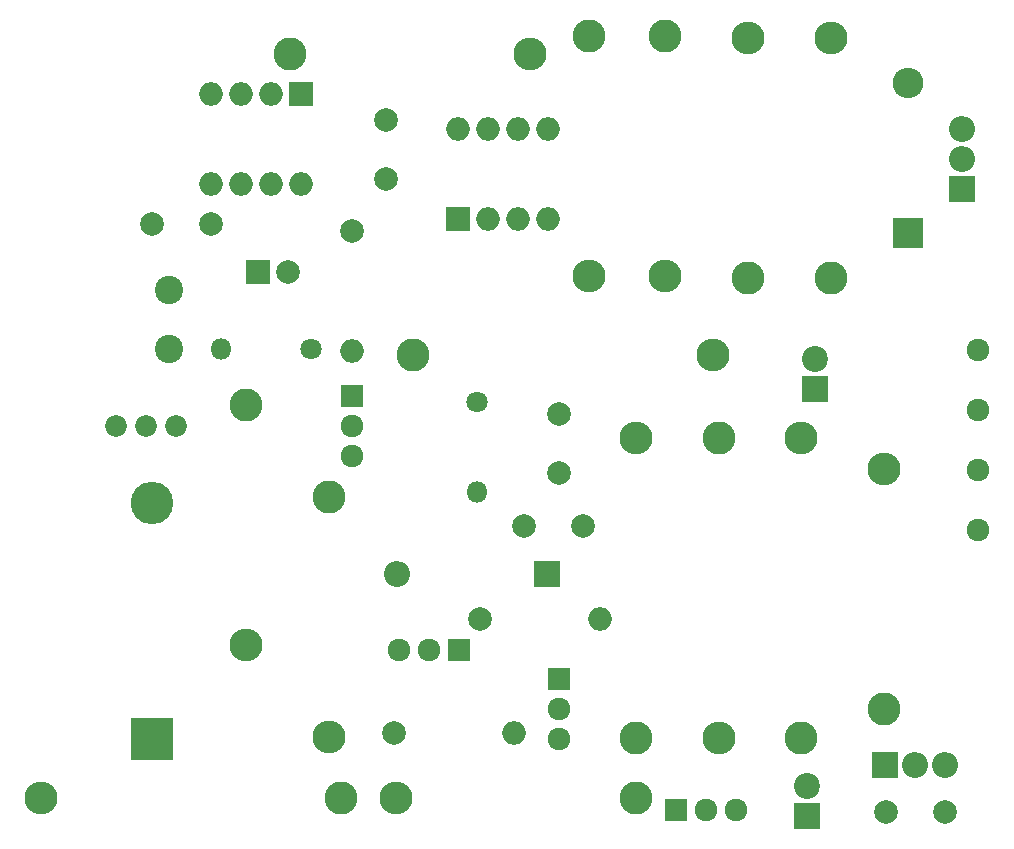
<source format=gbr>
G04 #@! TF.FileFunction,Soldermask,Top*
%FSLAX46Y46*%
G04 Gerber Fmt 4.6, Leading zero omitted, Abs format (unit mm)*
G04 Created by KiCad (PCBNEW 4.0.6) date 06/15/17 21:01:38*
%MOMM*%
%LPD*%
G01*
G04 APERTURE LIST*
%ADD10C,0.100000*%
%ADD11C,2.800000*%
%ADD12O,2.800000X2.800000*%
%ADD13C,1.840000*%
%ADD14R,3.600000X3.600000*%
%ADD15O,3.600000X3.600000*%
%ADD16C,1.920000*%
%ADD17R,1.920000X1.920000*%
%ADD18R,2.600000X2.600000*%
%ADD19O,2.600000X2.600000*%
%ADD20C,1.924000*%
%ADD21R,2.200000X2.200000*%
%ADD22O,2.200000X2.200000*%
%ADD23C,2.000000*%
%ADD24C,2.200000*%
%ADD25C,1.800000*%
%ADD26O,1.800000X1.800000*%
%ADD27C,2.400000*%
%ADD28R,2.000000X2.000000*%
%ADD29O,2.000000X2.000000*%
G04 APERTURE END LIST*
D10*
D11*
X183000000Y-80500000D03*
D12*
X183000000Y-60180000D03*
D13*
X127540000Y-93000000D03*
X125000000Y-93000000D03*
X122460000Y-93000000D03*
D14*
X125500000Y-119500000D03*
D15*
X125500000Y-99500000D03*
D16*
X142500000Y-93000000D03*
X142500000Y-95540000D03*
D17*
X142500000Y-90460000D03*
D11*
X133500000Y-91180000D03*
D12*
X133500000Y-111500000D03*
D11*
X141500000Y-124500000D03*
D12*
X116100000Y-124500000D03*
D11*
X140500000Y-99000000D03*
D12*
X140500000Y-119320000D03*
D11*
X176000000Y-80500000D03*
D12*
X176000000Y-60180000D03*
D18*
X189500000Y-76700000D03*
D19*
X189500000Y-64000000D03*
D20*
X195500000Y-101780000D03*
X195500000Y-96700000D03*
X195500000Y-91620000D03*
X195500000Y-86540000D03*
D21*
X194072255Y-72947651D03*
D22*
X194072255Y-70407651D03*
X194072255Y-67867651D03*
D11*
X180500000Y-119400000D03*
D12*
X180500000Y-94000000D03*
D23*
X192700000Y-125700000D03*
X187700000Y-125700000D03*
D21*
X181000000Y-126000000D03*
D24*
X181000000Y-123460000D03*
D11*
X166500000Y-119400000D03*
D12*
X166500000Y-94000000D03*
D16*
X172460000Y-125500000D03*
X175000000Y-125500000D03*
D17*
X169920000Y-125500000D03*
D11*
X173500000Y-94000000D03*
D12*
X173500000Y-119400000D03*
D11*
X187500000Y-117000000D03*
D12*
X187500000Y-96680000D03*
D21*
X187620000Y-121700000D03*
D22*
X190160000Y-121700000D03*
X192700000Y-121700000D03*
D25*
X139000000Y-86500000D03*
D26*
X131380000Y-86500000D03*
D27*
X127000000Y-86500000D03*
X127000000Y-81500000D03*
D23*
X145300000Y-67100000D03*
X145300000Y-72100000D03*
D28*
X134500000Y-80000000D03*
D23*
X137000000Y-80000000D03*
X130500000Y-75900000D03*
X125500000Y-75900000D03*
D11*
X137180000Y-61500000D03*
D12*
X157500000Y-61500000D03*
D23*
X142500000Y-76500000D03*
D29*
X142500000Y-86660000D03*
D28*
X138100000Y-64900000D03*
D29*
X130480000Y-72520000D03*
X135560000Y-64900000D03*
X133020000Y-72520000D03*
X133020000Y-64900000D03*
X135560000Y-72520000D03*
X130480000Y-64900000D03*
X138100000Y-72520000D03*
D25*
X153000000Y-91000000D03*
D26*
X153000000Y-98620000D03*
D23*
X160000000Y-92000000D03*
X160000000Y-97000000D03*
D11*
X169000000Y-60000000D03*
D12*
X169000000Y-80320000D03*
D11*
X147600000Y-87000000D03*
D12*
X173000000Y-87000000D03*
D11*
X162500000Y-60000000D03*
D12*
X162500000Y-80320000D03*
D28*
X151460000Y-75500000D03*
D29*
X159080000Y-67880000D03*
X154000000Y-75500000D03*
X156540000Y-67880000D03*
X156540000Y-75500000D03*
X154000000Y-67880000D03*
X159080000Y-75500000D03*
X151460000Y-67880000D03*
D23*
X162000000Y-101500000D03*
X157000000Y-101500000D03*
D21*
X159000000Y-105500000D03*
D22*
X146300000Y-105500000D03*
D16*
X160000000Y-117000000D03*
X160000000Y-119540000D03*
D17*
X160000000Y-114460000D03*
D23*
X153300000Y-109300000D03*
D29*
X163460000Y-109300000D03*
D16*
X149000000Y-112000000D03*
X146460000Y-112000000D03*
D17*
X151540000Y-112000000D03*
D11*
X166500000Y-124500000D03*
D12*
X146180000Y-124500000D03*
D23*
X146000000Y-119000000D03*
D29*
X156160000Y-119000000D03*
D21*
X181700000Y-89900000D03*
D24*
X181700000Y-87360000D03*
M02*

</source>
